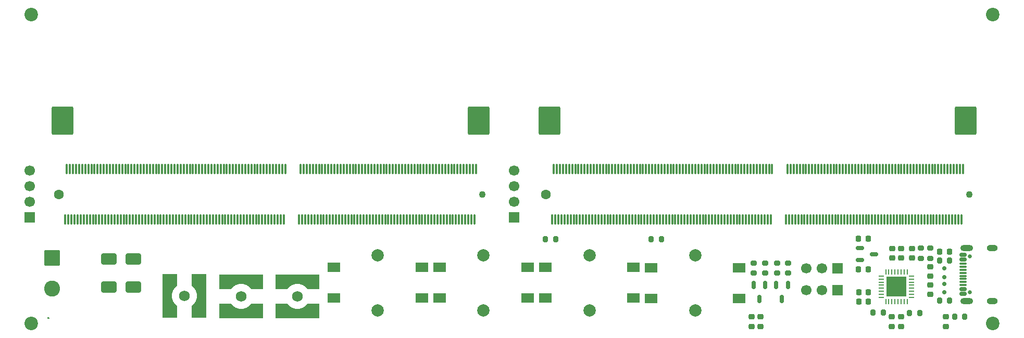
<source format=gts>
%TF.GenerationSoftware,KiCad,Pcbnew,9.0.0*%
%TF.CreationDate,2025-09-20T16:18:58+02:00*%
%TF.ProjectId,ecap5-bcarrier-xlite,65636170-352d-4626-9361-72726965722d,rev?*%
%TF.SameCoordinates,Original*%
%TF.FileFunction,Soldermask,Top*%
%TF.FilePolarity,Negative*%
%FSLAX46Y46*%
G04 Gerber Fmt 4.6, Leading zero omitted, Abs format (unit mm)*
G04 Created by KiCad (PCBNEW 9.0.0) date 2025-09-20 16:18:58*
%MOMM*%
%LPD*%
G01*
G04 APERTURE LIST*
G04 Aperture macros list*
%AMRoundRect*
0 Rectangle with rounded corners*
0 $1 Rounding radius*
0 $2 $3 $4 $5 $6 $7 $8 $9 X,Y pos of 4 corners*
0 Add a 4 corners polygon primitive as box body*
4,1,4,$2,$3,$4,$5,$6,$7,$8,$9,$2,$3,0*
0 Add four circle primitives for the rounded corners*
1,1,$1+$1,$2,$3*
1,1,$1+$1,$4,$5*
1,1,$1+$1,$6,$7*
1,1,$1+$1,$8,$9*
0 Add four rect primitives between the rounded corners*
20,1,$1+$1,$2,$3,$4,$5,0*
20,1,$1+$1,$4,$5,$6,$7,0*
20,1,$1+$1,$6,$7,$8,$9,0*
20,1,$1+$1,$8,$9,$2,$3,0*%
%AMFreePoly0*
4,1,25,-1.500000,1.420000,-1.360000,1.280000,-1.205000,1.155000,-1.035000,1.045000,-0.860000,0.950000,-0.675000,0.875000,-0.480000,0.820000,-0.280000,0.780000,-0.085000,0.765000,0.085000,0.765000,0.280000,0.780000,0.480000,0.820000,0.675000,0.875000,0.860000,0.950000,1.035000,1.045000,1.205000,1.155000,1.360000,1.280000,1.500000,1.420000,1.645000,1.595000,3.555000,1.595000,
3.555000,-0.755000,-3.555000,-0.755000,-3.555000,1.595000,-1.645000,1.595000,-1.500000,1.420000,-1.500000,1.420000,$1*%
G04 Aperture macros list end*
%ADD10C,0.000000*%
%ADD11R,1.700000X1.700000*%
%ADD12C,1.700000*%
%ADD13RoundRect,0.200000X0.200000X0.275000X-0.200000X0.275000X-0.200000X-0.275000X0.200000X-0.275000X0*%
%ADD14RoundRect,0.150000X0.200000X-0.150000X0.200000X0.150000X-0.200000X0.150000X-0.200000X-0.150000X0*%
%ADD15C,1.730000*%
%ADD16FreePoly0,180.000000*%
%ADD17FreePoly0,0.000000*%
%ADD18RoundRect,0.225000X0.250000X-0.225000X0.250000X0.225000X-0.250000X0.225000X-0.250000X-0.225000X0*%
%ADD19RoundRect,0.225000X-0.250000X0.225000X-0.250000X-0.225000X0.250000X-0.225000X0.250000X0.225000X0*%
%ADD20RoundRect,0.225000X-0.225000X-0.250000X0.225000X-0.250000X0.225000X0.250000X-0.225000X0.250000X0*%
%ADD21C,2.000000*%
%ADD22R,2.000000X1.500000*%
%ADD23RoundRect,0.218750X-0.256250X0.218750X-0.256250X-0.218750X0.256250X-0.218750X0.256250X0.218750X0*%
%ADD24RoundRect,0.200000X-0.275000X0.200000X-0.275000X-0.200000X0.275000X-0.200000X0.275000X0.200000X0*%
%ADD25C,2.200000*%
%ADD26RoundRect,0.200000X-0.200000X-0.275000X0.200000X-0.275000X0.200000X0.275000X-0.200000X0.275000X0*%
%ADD27RoundRect,0.150000X-0.150000X0.512500X-0.150000X-0.512500X0.150000X-0.512500X0.150000X0.512500X0*%
%ADD28RoundRect,0.250000X1.000000X0.650000X-1.000000X0.650000X-1.000000X-0.650000X1.000000X-0.650000X0*%
%ADD29RoundRect,0.200000X0.275000X-0.200000X0.275000X0.200000X-0.275000X0.200000X-0.275000X-0.200000X0*%
%ADD30RoundRect,0.062500X0.062500X-0.375000X0.062500X0.375000X-0.062500X0.375000X-0.062500X-0.375000X0*%
%ADD31RoundRect,0.062500X0.375000X-0.062500X0.375000X0.062500X-0.375000X0.062500X-0.375000X-0.062500X0*%
%ADD32R,3.300000X3.300000*%
%ADD33FreePoly0,90.000000*%
%ADD34FreePoly0,270.000000*%
%ADD35RoundRect,0.218750X0.256250X-0.218750X0.256250X0.218750X-0.256250X0.218750X-0.256250X-0.218750X0*%
%ADD36C,0.650000*%
%ADD37RoundRect,0.150000X0.425000X-0.150000X0.425000X0.150000X-0.425000X0.150000X-0.425000X-0.150000X0*%
%ADD38RoundRect,0.075000X0.500000X-0.075000X0.500000X0.075000X-0.500000X0.075000X-0.500000X-0.075000X0*%
%ADD39O,2.100000X1.000000*%
%ADD40O,1.800000X1.000000*%
%ADD41RoundRect,0.225000X0.225000X0.250000X-0.225000X0.250000X-0.225000X-0.250000X0.225000X-0.250000X0*%
%ADD42RoundRect,0.150000X-0.512500X-0.150000X0.512500X-0.150000X0.512500X0.150000X-0.512500X0.150000X0*%
%ADD43C,1.600000*%
%ADD44C,1.100000*%
%ADD45RoundRect,0.075000X-0.075000X-0.775000X0.075000X-0.775000X0.075000X0.775000X-0.075000X0.775000X0*%
%ADD46RoundRect,0.250000X-1.500000X-2.050000X1.500000X-2.050000X1.500000X2.050000X-1.500000X2.050000X0*%
%ADD47RoundRect,0.218750X-0.218750X-0.256250X0.218750X-0.256250X0.218750X0.256250X-0.218750X0.256250X0*%
%ADD48RoundRect,0.150000X-0.200000X0.150000X-0.200000X-0.150000X0.200000X-0.150000X0.200000X0.150000X0*%
%ADD49RoundRect,0.250000X-1.050000X1.050000X-1.050000X-1.050000X1.050000X-1.050000X1.050000X1.050000X0*%
%ADD50C,2.600000*%
G04 APERTURE END LIST*
D10*
%TO.C,REF\u002A\u002A*%
G36*
X80288869Y-121604049D02*
G01*
X80297323Y-121604691D01*
X80305654Y-121605750D01*
X80313852Y-121607214D01*
X80321906Y-121609073D01*
X80329806Y-121611316D01*
X80337541Y-121613933D01*
X80345100Y-121616914D01*
X80352474Y-121620248D01*
X80359652Y-121623924D01*
X80366623Y-121627932D01*
X80373377Y-121632262D01*
X80379904Y-121636904D01*
X80386193Y-121641846D01*
X80392233Y-121647078D01*
X80398014Y-121652590D01*
X80403526Y-121658371D01*
X80408759Y-121664412D01*
X80413701Y-121670700D01*
X80418342Y-121677227D01*
X80422672Y-121683981D01*
X80426680Y-121690953D01*
X80430356Y-121698130D01*
X80433690Y-121705505D01*
X80436671Y-121713064D01*
X80439288Y-121720799D01*
X80441531Y-121728699D01*
X80443390Y-121736753D01*
X80444854Y-121744951D01*
X80445913Y-121753282D01*
X80446556Y-121761736D01*
X80446772Y-121770303D01*
X80446556Y-121778869D01*
X80445913Y-121787323D01*
X80444854Y-121795654D01*
X80443390Y-121803852D01*
X80441531Y-121811906D01*
X80439288Y-121819806D01*
X80436671Y-121827541D01*
X80433690Y-121835100D01*
X80430356Y-121842474D01*
X80426680Y-121849652D01*
X80422672Y-121856623D01*
X80418342Y-121863377D01*
X80413701Y-121869904D01*
X80408759Y-121876193D01*
X80403526Y-121882233D01*
X80398014Y-121888014D01*
X80392233Y-121893526D01*
X80386193Y-121898759D01*
X80379904Y-121903701D01*
X80373377Y-121908342D01*
X80366623Y-121912672D01*
X80359652Y-121916680D01*
X80352474Y-121920356D01*
X80345100Y-121923690D01*
X80337541Y-121926671D01*
X80329806Y-121929288D01*
X80321906Y-121931531D01*
X80313852Y-121933390D01*
X80305654Y-121934854D01*
X80297323Y-121935913D01*
X80288869Y-121936556D01*
X80280303Y-121936772D01*
X80271736Y-121936556D01*
X80263282Y-121935913D01*
X80254951Y-121934854D01*
X80246753Y-121933390D01*
X80238699Y-121931531D01*
X80230799Y-121929288D01*
X80223064Y-121926671D01*
X80215505Y-121923690D01*
X80208130Y-121920356D01*
X80200953Y-121916680D01*
X80193981Y-121912672D01*
X80187227Y-121908342D01*
X80180700Y-121903701D01*
X80174412Y-121898759D01*
X80168371Y-121893526D01*
X80162590Y-121888014D01*
X80157078Y-121882233D01*
X80151846Y-121876193D01*
X80146904Y-121869904D01*
X80142262Y-121863377D01*
X80137932Y-121856623D01*
X80133924Y-121849652D01*
X80130248Y-121842474D01*
X80126914Y-121835100D01*
X80123933Y-121827541D01*
X80121316Y-121819806D01*
X80119073Y-121811906D01*
X80117214Y-121803852D01*
X80115750Y-121795654D01*
X80114691Y-121787323D01*
X80114048Y-121778869D01*
X80113832Y-121770303D01*
X80114049Y-121761736D01*
X80114691Y-121753282D01*
X80115750Y-121744951D01*
X80117214Y-121736753D01*
X80119073Y-121728699D01*
X80121316Y-121720799D01*
X80123933Y-121713064D01*
X80126914Y-121705505D01*
X80130248Y-121698130D01*
X80133924Y-121690953D01*
X80137932Y-121683981D01*
X80142262Y-121677227D01*
X80146904Y-121670700D01*
X80151846Y-121664412D01*
X80157078Y-121658371D01*
X80162590Y-121652590D01*
X80168371Y-121647078D01*
X80174412Y-121641846D01*
X80180700Y-121636904D01*
X80187227Y-121632262D01*
X80193981Y-121627932D01*
X80200953Y-121623924D01*
X80208130Y-121620248D01*
X80215505Y-121616914D01*
X80223064Y-121613933D01*
X80230799Y-121611316D01*
X80238699Y-121609073D01*
X80246753Y-121607214D01*
X80254951Y-121605750D01*
X80263282Y-121604691D01*
X80271736Y-121604049D01*
X80280303Y-121603832D01*
X80288869Y-121604049D01*
G37*
%TD*%
D11*
%TO.C,J3*%
X155960000Y-105375000D03*
D12*
X155960000Y-102835000D03*
X155960000Y-100295000D03*
X155960000Y-97755000D03*
%TD*%
D13*
%TO.C,R2*%
X226785000Y-112415000D03*
X225135000Y-112415000D03*
%TD*%
D14*
%TO.C,D4*%
X225960000Y-113715000D03*
X225960000Y-115115000D03*
%TD*%
D15*
%TO.C,J7*%
X120785000Y-118240000D03*
D16*
X120785000Y-115440000D03*
D17*
X120785000Y-121040000D03*
%TD*%
D18*
%TO.C,C4*%
X218910000Y-112015000D03*
X218910000Y-110465000D03*
%TD*%
%TO.C,C9*%
X220660000Y-112015000D03*
X220660000Y-110465000D03*
%TD*%
D19*
%TO.C,C7*%
X223610000Y-116390000D03*
X223610000Y-117940000D03*
%TD*%
D20*
%TO.C,C2*%
X211980000Y-113815000D03*
X213530000Y-113815000D03*
%TD*%
D21*
%TO.C,SW3*%
X168235000Y-120540000D03*
X168235000Y-111540000D03*
D22*
X175385000Y-118540000D03*
X161085000Y-118540000D03*
X175385000Y-113540000D03*
X161085000Y-113540000D03*
%TD*%
D23*
%TO.C,D2*%
X194577500Y-121552500D03*
X194577500Y-123127500D03*
%TD*%
D20*
%TO.C,C1*%
X211980000Y-108890000D03*
X213530000Y-108890000D03*
%TD*%
D24*
%TO.C,R10*%
X198702500Y-112827500D03*
X198702500Y-114477500D03*
%TD*%
D25*
%TO.C,H4*%
X77485000Y-122615000D03*
%TD*%
D26*
%TO.C,R6*%
X214335000Y-120915000D03*
X215985000Y-120915000D03*
%TD*%
D25*
%TO.C,H1*%
X77510000Y-72390000D03*
%TD*%
D27*
%TO.C,Q2*%
X200490000Y-116415000D03*
X198590000Y-116415000D03*
X199540000Y-118690000D03*
%TD*%
D28*
%TO.C,D1*%
X94135000Y-116740000D03*
X90135000Y-116740000D03*
%TD*%
%TO.C,D9*%
X94135000Y-112190000D03*
X90135000Y-112190000D03*
%TD*%
D18*
%TO.C,C8*%
X223610000Y-114965000D03*
X223610000Y-113415000D03*
%TD*%
D29*
%TO.C,R9*%
X196827500Y-114477500D03*
X196827500Y-112827500D03*
%TD*%
D25*
%TO.C,H2*%
X233835000Y-72365000D03*
%TD*%
D21*
%TO.C,SW4*%
X185410000Y-120565000D03*
X185410000Y-111565000D03*
D22*
X192560000Y-118565000D03*
X178260000Y-118565000D03*
X192560000Y-113565000D03*
X178260000Y-113565000D03*
%TD*%
D30*
%TO.C,U1*%
X216400000Y-119115000D03*
X216900000Y-119115000D03*
X217400000Y-119115000D03*
X217900000Y-119115000D03*
X218400000Y-119115000D03*
X218900000Y-119115000D03*
X219400000Y-119115000D03*
X219900000Y-119115000D03*
D31*
X220587500Y-118427500D03*
X220587500Y-117927500D03*
X220587500Y-117427500D03*
X220587500Y-116927500D03*
X220587500Y-116427500D03*
X220587500Y-115927500D03*
X220587500Y-115427500D03*
X220587500Y-114927500D03*
D30*
X219900000Y-114240000D03*
X219400000Y-114240000D03*
X218900000Y-114240000D03*
X218400000Y-114240000D03*
X217900000Y-114240000D03*
X217400000Y-114240000D03*
X216900000Y-114240000D03*
X216400000Y-114240000D03*
D31*
X215712500Y-114927500D03*
X215712500Y-115427500D03*
X215712500Y-115927500D03*
X215712500Y-116427500D03*
X215712500Y-116927500D03*
X215712500Y-117427500D03*
X215712500Y-117927500D03*
X215712500Y-118427500D03*
D32*
X218150000Y-116677500D03*
%TD*%
D24*
%TO.C,R8*%
X194952500Y-112827500D03*
X194952500Y-114477500D03*
%TD*%
D15*
%TO.C,J6*%
X102415000Y-118190000D03*
D33*
X105215000Y-118190000D03*
D34*
X99615000Y-118190000D03*
%TD*%
D35*
%TO.C,D7*%
X218885000Y-123127500D03*
X218885000Y-121552500D03*
%TD*%
D36*
%TO.C,J5*%
X230030000Y-117555000D03*
X230030000Y-111775000D03*
D37*
X228935000Y-117865000D03*
X228955000Y-117065000D03*
D38*
X228955000Y-115915000D03*
X228955000Y-114915000D03*
X228955000Y-114415000D03*
X228955000Y-113415000D03*
D37*
X228955000Y-112265000D03*
X228935000Y-111465000D03*
X228935000Y-111465000D03*
X228955000Y-112265000D03*
D38*
X228955000Y-112915000D03*
X228955000Y-113915000D03*
X228955000Y-115415000D03*
X228955000Y-116415000D03*
D37*
X228955000Y-117065000D03*
X228935000Y-117865000D03*
D39*
X229530000Y-118985000D03*
D40*
X233710000Y-118985000D03*
D39*
X229530000Y-110345000D03*
D40*
X233710000Y-110345000D03*
%TD*%
D13*
%TO.C,R7*%
X221935000Y-120940000D03*
X220285000Y-120940000D03*
%TD*%
D35*
%TO.C,D5*%
X226185000Y-123127500D03*
X226185000Y-121552500D03*
%TD*%
D41*
%TO.C,C5*%
X213585000Y-117590000D03*
X212035000Y-117590000D03*
%TD*%
D42*
%TO.C,U2*%
X212222500Y-110405000D03*
X212222500Y-112305000D03*
X214497500Y-111355000D03*
%TD*%
D27*
%TO.C,Q1*%
X196827500Y-116415000D03*
X194927500Y-116415000D03*
X195877500Y-118690000D03*
%TD*%
D23*
%TO.C,D8*%
X196052500Y-121552500D03*
X196052500Y-123127500D03*
%TD*%
D13*
%TO.C,R1*%
X226785000Y-118915000D03*
X225135000Y-118915000D03*
%TD*%
D21*
%TO.C,SW2*%
X151010000Y-120540000D03*
X151010000Y-111540000D03*
D22*
X158160000Y-118540000D03*
X143860000Y-118540000D03*
X158160000Y-113540000D03*
X143860000Y-113540000D03*
%TD*%
D11*
%TO.C,J4*%
X77260000Y-105400000D03*
D12*
X77260000Y-102860000D03*
X77260000Y-100320000D03*
X77260000Y-97780000D03*
%TD*%
D43*
%TO.C,J2*%
X161160000Y-101640000D03*
D44*
X229960000Y-101640000D03*
D45*
X162185000Y-105740000D03*
X162435000Y-97540001D03*
X162685000Y-105740000D03*
X162935000Y-97540001D03*
X163185000Y-105740000D03*
X163435000Y-97540001D03*
X163685000Y-105740000D03*
X163935000Y-97540001D03*
X164185000Y-105740000D03*
X164435000Y-97540001D03*
X164685000Y-105740000D03*
X164935000Y-97540001D03*
X165185000Y-105740000D03*
X165435000Y-97540001D03*
X165685000Y-105740000D03*
X165935000Y-97540001D03*
X166185000Y-105740000D03*
X166435000Y-97540001D03*
X166685000Y-105740000D03*
X166935000Y-97540001D03*
X167185000Y-105740000D03*
X167435000Y-97540001D03*
X167685000Y-105740000D03*
X167935000Y-97540001D03*
X168185000Y-105740000D03*
X168435000Y-97540001D03*
X168685000Y-105740000D03*
X168935000Y-97540001D03*
X169185000Y-105740000D03*
X169435000Y-97540001D03*
X169685000Y-105740000D03*
X169935000Y-97540001D03*
X170185000Y-105740000D03*
X170435000Y-97540001D03*
X170685000Y-105740000D03*
X170935000Y-97540001D03*
X171185000Y-105740000D03*
X171435000Y-97540001D03*
X171685000Y-105740000D03*
X171935000Y-97540001D03*
X172185000Y-105740000D03*
X172435000Y-97540001D03*
X172685000Y-105740000D03*
X172935000Y-97540001D03*
X173185000Y-105740000D03*
X173435000Y-97540001D03*
X173685000Y-105740000D03*
X173935000Y-97540001D03*
X174185000Y-105740000D03*
X174435000Y-97540001D03*
X174685000Y-105740000D03*
X174935000Y-97540001D03*
X175185000Y-105740000D03*
X175435000Y-97540001D03*
X175685000Y-105740000D03*
X175935000Y-97540001D03*
X176185000Y-105740000D03*
X176435000Y-97540001D03*
X176685000Y-105740000D03*
X176935000Y-97540001D03*
X177185000Y-105740000D03*
X177435000Y-97540001D03*
X177685000Y-105740000D03*
X177935000Y-97540001D03*
X178185000Y-105740000D03*
X178435000Y-97540001D03*
X178685000Y-105740000D03*
X178935000Y-97540001D03*
X179185000Y-105740000D03*
X179435000Y-97540001D03*
X179685000Y-105740000D03*
X179935000Y-97540001D03*
X180185000Y-105740000D03*
X180435000Y-97540001D03*
X180685000Y-105740000D03*
X180935000Y-97540001D03*
X181185000Y-105740000D03*
X181435000Y-97540001D03*
X181685000Y-105740000D03*
X181935000Y-97540001D03*
X182185000Y-105740000D03*
X182435000Y-97540001D03*
X182685000Y-105740000D03*
X182935000Y-97540001D03*
X183185000Y-105740000D03*
X183435000Y-97540001D03*
X183685000Y-105740000D03*
X183935000Y-97540001D03*
X184185000Y-105740000D03*
X184435000Y-97540001D03*
X184685000Y-105740000D03*
X184935000Y-97540001D03*
X185185000Y-105740000D03*
X185435000Y-97540001D03*
X185685000Y-105740000D03*
X185935000Y-97540001D03*
X186185000Y-105740000D03*
X186435000Y-97540001D03*
X186685000Y-105740000D03*
X186935000Y-97540001D03*
X187185000Y-105740000D03*
X187435000Y-97540001D03*
X187685000Y-105740000D03*
X187935000Y-97540001D03*
X188185000Y-105740000D03*
X188435000Y-97540001D03*
X188685000Y-105740000D03*
X188935000Y-97540001D03*
X189185000Y-105740000D03*
X189435000Y-97540001D03*
X189685000Y-105740000D03*
X189935000Y-97540001D03*
X190185000Y-105740000D03*
X190435000Y-97540001D03*
X190685000Y-105740000D03*
X190935000Y-97540001D03*
X191185000Y-105740000D03*
X191435000Y-97540001D03*
X191685000Y-105740000D03*
X191935000Y-97540001D03*
X192185000Y-105740000D03*
X192435000Y-97540001D03*
X192685000Y-105740000D03*
X192935000Y-97540001D03*
X193185000Y-105740000D03*
X193435000Y-97540001D03*
X193685000Y-105740000D03*
X193935000Y-97540001D03*
X194185000Y-105740000D03*
X194435000Y-97540001D03*
X194685000Y-105740000D03*
X194935000Y-97540001D03*
X195185000Y-105740000D03*
X195435000Y-97540001D03*
X195685000Y-105740000D03*
X195935000Y-97540001D03*
X196185000Y-105740000D03*
X196435000Y-97540001D03*
X196685000Y-105740000D03*
X196935000Y-97540001D03*
X197185000Y-105740000D03*
X197435000Y-97540001D03*
X197685000Y-105740000D03*
X197935000Y-97540001D03*
X200185000Y-105740000D03*
X200435000Y-97540001D03*
X200685000Y-105740000D03*
X200935000Y-97540001D03*
X201185000Y-105740000D03*
X201435000Y-97540001D03*
X201685000Y-105740000D03*
X201935000Y-97540001D03*
X202185000Y-105740000D03*
X202435000Y-97540001D03*
X202685000Y-105740000D03*
X202935000Y-97540001D03*
X203185000Y-105740000D03*
X203435000Y-97540001D03*
X203685000Y-105740000D03*
X203935000Y-97540001D03*
X204185000Y-105740000D03*
X204435000Y-97540001D03*
X204685000Y-105740000D03*
X204935000Y-97540001D03*
X205185000Y-105740000D03*
X205435000Y-97540001D03*
X205685000Y-105740000D03*
X205935000Y-97540001D03*
X206185000Y-105740000D03*
X206435000Y-97540001D03*
X206685000Y-105740000D03*
X206935000Y-97540001D03*
X207185000Y-105740000D03*
X207435000Y-97540001D03*
X207685000Y-105740000D03*
X207935000Y-97540001D03*
X208185000Y-105740000D03*
X208435000Y-97540001D03*
X208685000Y-105740000D03*
X208935000Y-97540001D03*
X209185000Y-105740000D03*
X209435000Y-97540001D03*
X209685000Y-105740000D03*
X209935000Y-97540001D03*
X210185000Y-105740000D03*
X210435000Y-97540001D03*
X210685000Y-105740000D03*
X210935000Y-97540001D03*
X211185000Y-105740000D03*
X211435000Y-97540001D03*
X211685000Y-105740000D03*
X211935000Y-97540001D03*
X212185000Y-105740000D03*
X212435000Y-97540001D03*
X212685000Y-105740000D03*
X212935000Y-97540001D03*
X213185000Y-105740000D03*
X213435000Y-97540001D03*
X213685000Y-105740000D03*
X213935000Y-97540001D03*
X214185000Y-105740000D03*
X214435000Y-97540001D03*
X214685000Y-105740000D03*
X214935000Y-97540001D03*
X215185000Y-105740000D03*
X215435000Y-97540001D03*
X215685000Y-105740000D03*
X215935000Y-97540001D03*
X216185000Y-105740000D03*
X216435000Y-97540001D03*
X216685000Y-105740000D03*
X216935000Y-97540001D03*
X217185000Y-105740000D03*
X217435000Y-97540001D03*
X217685000Y-105740000D03*
X217935000Y-97540001D03*
X218185000Y-105740000D03*
X218435000Y-97540001D03*
X218685000Y-105740000D03*
X218935000Y-97540001D03*
X219185000Y-105740000D03*
X219435000Y-97540001D03*
X219685000Y-105740000D03*
X219935000Y-97540001D03*
X220185000Y-105740000D03*
X220435000Y-97540001D03*
X220685000Y-105740000D03*
X220935000Y-97540001D03*
X221185000Y-105740000D03*
X221435000Y-97540001D03*
X221685000Y-105740000D03*
X221935000Y-97540001D03*
X222185000Y-105740000D03*
X222435000Y-97540001D03*
X222685000Y-105740000D03*
X222935000Y-97540001D03*
X223185000Y-105740000D03*
X223435000Y-97540001D03*
X223685000Y-105740000D03*
X223935000Y-97540001D03*
X224185000Y-105740000D03*
X224435000Y-97540001D03*
X224685000Y-105740000D03*
X224935000Y-97540001D03*
X225185000Y-105740000D03*
X225435000Y-97540001D03*
X225685000Y-105740000D03*
X225935000Y-97540001D03*
X226185000Y-105740000D03*
X226435000Y-97540001D03*
X226685000Y-105740000D03*
X226935000Y-97540001D03*
X227185000Y-105740000D03*
X227435000Y-97540001D03*
X227685000Y-105740000D03*
X227935000Y-97540001D03*
X228185000Y-105740000D03*
X228435000Y-97540001D03*
X228685000Y-105740000D03*
X228935000Y-97540001D03*
D46*
X161760000Y-89640000D03*
X229360000Y-89640000D03*
%TD*%
D43*
%TO.C,J1*%
X82010000Y-101640000D03*
D44*
X150810000Y-101640000D03*
D45*
X83035000Y-105740000D03*
X83285000Y-97540001D03*
X83535000Y-105740000D03*
X83785000Y-97540001D03*
X84035000Y-105740000D03*
X84285000Y-97540001D03*
X84535000Y-105740000D03*
X84785000Y-97540001D03*
X85035000Y-105740000D03*
X85285000Y-97540001D03*
X85535000Y-105740000D03*
X85785000Y-97540001D03*
X86035000Y-105740000D03*
X86285000Y-97540001D03*
X86535000Y-105740000D03*
X86785000Y-97540001D03*
X87035000Y-105740000D03*
X87285000Y-97540001D03*
X87535000Y-105740000D03*
X87785000Y-97540001D03*
X88035000Y-105740000D03*
X88285000Y-97540001D03*
X88535000Y-105740000D03*
X88785000Y-97540001D03*
X89035000Y-105740000D03*
X89285000Y-97540001D03*
X89535000Y-105740000D03*
X89785000Y-97540001D03*
X90035000Y-105740000D03*
X90285000Y-97540001D03*
X90535000Y-105740000D03*
X90785000Y-97540001D03*
X91035000Y-105740000D03*
X91285000Y-97540001D03*
X91535000Y-105740000D03*
X91785000Y-97540001D03*
X92035000Y-105740000D03*
X92285000Y-97540001D03*
X92535000Y-105740000D03*
X92785000Y-97540001D03*
X93035000Y-105740000D03*
X93285000Y-97540001D03*
X93535000Y-105740000D03*
X93785000Y-97540001D03*
X94035000Y-105740000D03*
X94285000Y-97540001D03*
X94535000Y-105740000D03*
X94785000Y-97540001D03*
X95035000Y-105740000D03*
X95285000Y-97540001D03*
X95535000Y-105740000D03*
X95785000Y-97540001D03*
X96035000Y-105740000D03*
X96285000Y-97540001D03*
X96535000Y-105740000D03*
X96785000Y-97540001D03*
X97035000Y-105740000D03*
X97285000Y-97540001D03*
X97535000Y-105740000D03*
X97785000Y-97540001D03*
X98035000Y-105740000D03*
X98285000Y-97540001D03*
X98535000Y-105740000D03*
X98785000Y-97540001D03*
X99035000Y-105740000D03*
X99285000Y-97540001D03*
X99535000Y-105740000D03*
X99785000Y-97540001D03*
X100035000Y-105740000D03*
X100285000Y-97540001D03*
X100535000Y-105740000D03*
X100785000Y-97540001D03*
X101035000Y-105740000D03*
X101285000Y-97540001D03*
X101535000Y-105740000D03*
X101785000Y-97540001D03*
X102035000Y-105740000D03*
X102285000Y-97540001D03*
X102535000Y-105740000D03*
X102785000Y-97540001D03*
X103035000Y-105740000D03*
X103285000Y-97540001D03*
X103535000Y-105740000D03*
X103785000Y-97540001D03*
X104035000Y-105740000D03*
X104285000Y-97540001D03*
X104535000Y-105740000D03*
X104785000Y-97540001D03*
X105035000Y-105740000D03*
X105285000Y-97540001D03*
X105535000Y-105740000D03*
X105785000Y-97540001D03*
X106035000Y-105740000D03*
X106285000Y-97540001D03*
X106535000Y-105740000D03*
X106785000Y-97540001D03*
X107035000Y-105740000D03*
X107285000Y-97540001D03*
X107535000Y-105740000D03*
X107785000Y-97540001D03*
X108035000Y-105740000D03*
X108285000Y-97540001D03*
X108535000Y-105740000D03*
X108785000Y-97540001D03*
X109035000Y-105740000D03*
X109285000Y-97540001D03*
X109535000Y-105740000D03*
X109785000Y-97540001D03*
X110035000Y-105740000D03*
X110285000Y-97540001D03*
X110535000Y-105740000D03*
X110785000Y-97540001D03*
X111035000Y-105740000D03*
X111285000Y-97540001D03*
X111535000Y-105740000D03*
X111785000Y-97540001D03*
X112035000Y-105740000D03*
X112285000Y-97540001D03*
X112535000Y-105740000D03*
X112785000Y-97540001D03*
X113035000Y-105740000D03*
X113285000Y-97540001D03*
X113535000Y-105740000D03*
X113785000Y-97540001D03*
X114035000Y-105740000D03*
X114285000Y-97540001D03*
X114535000Y-105740000D03*
X114785000Y-97540001D03*
X115035000Y-105740000D03*
X115285000Y-97540001D03*
X115535000Y-105740000D03*
X115785000Y-97540001D03*
X116035000Y-105740000D03*
X116285000Y-97540001D03*
X116535000Y-105740000D03*
X116785000Y-97540001D03*
X117035000Y-105740000D03*
X117285000Y-97540001D03*
X117535000Y-105740000D03*
X117785000Y-97540001D03*
X118035000Y-105740000D03*
X118285000Y-97540001D03*
X118535000Y-105740000D03*
X118785000Y-97540001D03*
X121035000Y-105740000D03*
X121285000Y-97540001D03*
X121535000Y-105740000D03*
X121785000Y-97540001D03*
X122035000Y-105740000D03*
X122285000Y-97540001D03*
X122535000Y-105740000D03*
X122785000Y-97540001D03*
X123035000Y-105740000D03*
X123285000Y-97540001D03*
X123535000Y-105740000D03*
X123785000Y-97540001D03*
X124035000Y-105740000D03*
X124285000Y-97540001D03*
X124535000Y-105740000D03*
X124785000Y-97540001D03*
X125035000Y-105740000D03*
X125285000Y-97540001D03*
X125535000Y-105740000D03*
X125785000Y-97540001D03*
X126035000Y-105740000D03*
X126285000Y-97540001D03*
X126535000Y-105740000D03*
X126785000Y-97540001D03*
X127035000Y-105740000D03*
X127285000Y-97540001D03*
X127535000Y-105740000D03*
X127785000Y-97540001D03*
X128035000Y-105740000D03*
X128285000Y-97540001D03*
X128535000Y-105740000D03*
X128785000Y-97540001D03*
X129035000Y-105740000D03*
X129285000Y-97540001D03*
X129535000Y-105740000D03*
X129785000Y-97540001D03*
X130035000Y-105740000D03*
X130285000Y-97540001D03*
X130535000Y-105740000D03*
X130785000Y-97540001D03*
X131035000Y-105740000D03*
X131285000Y-97540001D03*
X131535000Y-105740000D03*
X131785000Y-97540001D03*
X132035000Y-105740000D03*
X132285000Y-97540001D03*
X132535000Y-105740000D03*
X132785000Y-97540001D03*
X133035000Y-105740000D03*
X133285000Y-97540001D03*
X133535000Y-105740000D03*
X133785000Y-97540001D03*
X134035000Y-105740000D03*
X134285000Y-97540001D03*
X134535000Y-105740000D03*
X134785000Y-97540001D03*
X135035000Y-105740000D03*
X135285000Y-97540001D03*
X135535000Y-105740000D03*
X135785000Y-97540001D03*
X136035000Y-105740000D03*
X136285000Y-97540001D03*
X136535000Y-105740000D03*
X136785000Y-97540001D03*
X137035000Y-105740000D03*
X137285000Y-97540001D03*
X137535000Y-105740000D03*
X137785000Y-97540001D03*
X138035000Y-105740000D03*
X138285000Y-97540001D03*
X138535000Y-105740000D03*
X138785000Y-97540001D03*
X139035000Y-105740000D03*
X139285000Y-97540001D03*
X139535000Y-105740000D03*
X139785000Y-97540001D03*
X140035000Y-105740000D03*
X140285000Y-97540001D03*
X140535000Y-105740000D03*
X140785000Y-97540001D03*
X141035000Y-105740000D03*
X141285000Y-97540001D03*
X141535000Y-105740000D03*
X141785000Y-97540001D03*
X142035000Y-105740000D03*
X142285000Y-97540001D03*
X142535000Y-105740000D03*
X142785000Y-97540001D03*
X143035000Y-105740000D03*
X143285000Y-97540001D03*
X143535000Y-105740000D03*
X143785000Y-97540001D03*
X144035000Y-105740000D03*
X144285000Y-97540001D03*
X144535000Y-105740000D03*
X144785000Y-97540001D03*
X145035000Y-105740000D03*
X145285000Y-97540001D03*
X145535000Y-105740000D03*
X145785000Y-97540001D03*
X146035000Y-105740000D03*
X146285000Y-97540001D03*
X146535000Y-105740000D03*
X146785000Y-97540001D03*
X147035000Y-105740000D03*
X147285000Y-97540001D03*
X147535000Y-105740000D03*
X147785000Y-97540001D03*
X148035000Y-105740000D03*
X148285000Y-97540001D03*
X148535000Y-105740000D03*
X148785000Y-97540001D03*
X149035000Y-105740000D03*
X149285000Y-97540001D03*
X149535000Y-105740000D03*
X149785000Y-97540001D03*
D46*
X82610000Y-89640000D03*
X150210000Y-89640000D03*
%TD*%
D35*
%TO.C,D6*%
X217385000Y-123127500D03*
X217385000Y-121552500D03*
%TD*%
D18*
%TO.C,C3*%
X217435000Y-112015000D03*
X217435000Y-110465000D03*
%TD*%
D47*
%TO.C,FB1*%
X225172500Y-110940000D03*
X226747500Y-110940000D03*
%TD*%
D11*
%TO.C,JP2*%
X208535000Y-113705000D03*
D12*
X205995000Y-113705000D03*
X203455000Y-113705000D03*
%TD*%
D48*
%TO.C,D3*%
X225960000Y-117615000D03*
X225960000Y-116215000D03*
%TD*%
D13*
%TO.C,R5*%
X229235000Y-121540000D03*
X227585000Y-121540000D03*
%TD*%
D26*
%TO.C,R13*%
X178260000Y-108940000D03*
X179910000Y-108940000D03*
%TD*%
D24*
%TO.C,R3*%
X223610000Y-110390000D03*
X223610000Y-112040000D03*
%TD*%
D15*
%TO.C,J8*%
X111615000Y-118240000D03*
D17*
X111615000Y-121040000D03*
D16*
X111615000Y-115440000D03*
%TD*%
D26*
%TO.C,R12*%
X161085000Y-108915000D03*
X162735000Y-108915000D03*
%TD*%
D49*
%TO.C,J9*%
X80890000Y-111965000D03*
D50*
X80890000Y-116965000D03*
%TD*%
D41*
%TO.C,C6*%
X213585000Y-119065000D03*
X212035000Y-119065000D03*
%TD*%
D29*
%TO.C,R11*%
X200552500Y-114477500D03*
X200552500Y-112827500D03*
%TD*%
D21*
%TO.C,SW1*%
X133835000Y-120540000D03*
X133835000Y-111540000D03*
D22*
X140985000Y-118540000D03*
X126685000Y-118540000D03*
X140985000Y-113540000D03*
X126685000Y-113540000D03*
%TD*%
D29*
%TO.C,R4*%
X222135000Y-112040000D03*
X222135000Y-110390000D03*
%TD*%
D25*
%TO.C,H3*%
X233835000Y-122615000D03*
%TD*%
D11*
%TO.C,JP1*%
X208525000Y-117240000D03*
D12*
X205985000Y-117240000D03*
X203445000Y-117240000D03*
%TD*%
M02*

</source>
